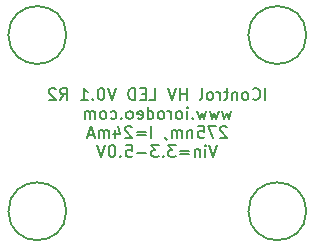
<source format=gbo>
%TF.GenerationSoftware,KiCad,Pcbnew,7.0.8-7.0.8~ubuntu22.04.1*%
%TF.CreationDate,2024-02-19T17:28:22-08:00*%
%TF.ProjectId,275nm_SU_CULBN2_24mA,3237356e-6d5f-4535-955f-43554c424e32,rev?*%
%TF.SameCoordinates,Original*%
%TF.FileFunction,Legend,Bot*%
%TF.FilePolarity,Positive*%
%FSLAX46Y46*%
G04 Gerber Fmt 4.6, Leading zero omitted, Abs format (unit mm)*
G04 Created by KiCad (PCBNEW 7.0.8-7.0.8~ubuntu22.04.1) date 2024-02-19 17:28:22*
%MOMM*%
%LPD*%
G01*
G04 APERTURE LIST*
%ADD10C,0.150000*%
G04 APERTURE END LIST*
D10*
X71842857Y-58039819D02*
X71842857Y-57039819D01*
X70795239Y-57944580D02*
X70842858Y-57992200D01*
X70842858Y-57992200D02*
X70985715Y-58039819D01*
X70985715Y-58039819D02*
X71080953Y-58039819D01*
X71080953Y-58039819D02*
X71223810Y-57992200D01*
X71223810Y-57992200D02*
X71319048Y-57896961D01*
X71319048Y-57896961D02*
X71366667Y-57801723D01*
X71366667Y-57801723D02*
X71414286Y-57611247D01*
X71414286Y-57611247D02*
X71414286Y-57468390D01*
X71414286Y-57468390D02*
X71366667Y-57277914D01*
X71366667Y-57277914D02*
X71319048Y-57182676D01*
X71319048Y-57182676D02*
X71223810Y-57087438D01*
X71223810Y-57087438D02*
X71080953Y-57039819D01*
X71080953Y-57039819D02*
X70985715Y-57039819D01*
X70985715Y-57039819D02*
X70842858Y-57087438D01*
X70842858Y-57087438D02*
X70795239Y-57135057D01*
X70223810Y-58039819D02*
X70319048Y-57992200D01*
X70319048Y-57992200D02*
X70366667Y-57944580D01*
X70366667Y-57944580D02*
X70414286Y-57849342D01*
X70414286Y-57849342D02*
X70414286Y-57563628D01*
X70414286Y-57563628D02*
X70366667Y-57468390D01*
X70366667Y-57468390D02*
X70319048Y-57420771D01*
X70319048Y-57420771D02*
X70223810Y-57373152D01*
X70223810Y-57373152D02*
X70080953Y-57373152D01*
X70080953Y-57373152D02*
X69985715Y-57420771D01*
X69985715Y-57420771D02*
X69938096Y-57468390D01*
X69938096Y-57468390D02*
X69890477Y-57563628D01*
X69890477Y-57563628D02*
X69890477Y-57849342D01*
X69890477Y-57849342D02*
X69938096Y-57944580D01*
X69938096Y-57944580D02*
X69985715Y-57992200D01*
X69985715Y-57992200D02*
X70080953Y-58039819D01*
X70080953Y-58039819D02*
X70223810Y-58039819D01*
X69461905Y-57373152D02*
X69461905Y-58039819D01*
X69461905Y-57468390D02*
X69414286Y-57420771D01*
X69414286Y-57420771D02*
X69319048Y-57373152D01*
X69319048Y-57373152D02*
X69176191Y-57373152D01*
X69176191Y-57373152D02*
X69080953Y-57420771D01*
X69080953Y-57420771D02*
X69033334Y-57516009D01*
X69033334Y-57516009D02*
X69033334Y-58039819D01*
X68700000Y-57373152D02*
X68319048Y-57373152D01*
X68557143Y-57039819D02*
X68557143Y-57896961D01*
X68557143Y-57896961D02*
X68509524Y-57992200D01*
X68509524Y-57992200D02*
X68414286Y-58039819D01*
X68414286Y-58039819D02*
X68319048Y-58039819D01*
X67985714Y-58039819D02*
X67985714Y-57373152D01*
X67985714Y-57563628D02*
X67938095Y-57468390D01*
X67938095Y-57468390D02*
X67890476Y-57420771D01*
X67890476Y-57420771D02*
X67795238Y-57373152D01*
X67795238Y-57373152D02*
X67700000Y-57373152D01*
X67223809Y-58039819D02*
X67319047Y-57992200D01*
X67319047Y-57992200D02*
X67366666Y-57944580D01*
X67366666Y-57944580D02*
X67414285Y-57849342D01*
X67414285Y-57849342D02*
X67414285Y-57563628D01*
X67414285Y-57563628D02*
X67366666Y-57468390D01*
X67366666Y-57468390D02*
X67319047Y-57420771D01*
X67319047Y-57420771D02*
X67223809Y-57373152D01*
X67223809Y-57373152D02*
X67080952Y-57373152D01*
X67080952Y-57373152D02*
X66985714Y-57420771D01*
X66985714Y-57420771D02*
X66938095Y-57468390D01*
X66938095Y-57468390D02*
X66890476Y-57563628D01*
X66890476Y-57563628D02*
X66890476Y-57849342D01*
X66890476Y-57849342D02*
X66938095Y-57944580D01*
X66938095Y-57944580D02*
X66985714Y-57992200D01*
X66985714Y-57992200D02*
X67080952Y-58039819D01*
X67080952Y-58039819D02*
X67223809Y-58039819D01*
X66319047Y-58039819D02*
X66414285Y-57992200D01*
X66414285Y-57992200D02*
X66461904Y-57896961D01*
X66461904Y-57896961D02*
X66461904Y-57039819D01*
X65176189Y-58039819D02*
X65176189Y-57039819D01*
X65176189Y-57516009D02*
X64604761Y-57516009D01*
X64604761Y-58039819D02*
X64604761Y-57039819D01*
X64271427Y-57039819D02*
X63938094Y-58039819D01*
X63938094Y-58039819D02*
X63604761Y-57039819D01*
X62033332Y-58039819D02*
X62509522Y-58039819D01*
X62509522Y-58039819D02*
X62509522Y-57039819D01*
X61699998Y-57516009D02*
X61366665Y-57516009D01*
X61223808Y-58039819D02*
X61699998Y-58039819D01*
X61699998Y-58039819D02*
X61699998Y-57039819D01*
X61699998Y-57039819D02*
X61223808Y-57039819D01*
X60795236Y-58039819D02*
X60795236Y-57039819D01*
X60795236Y-57039819D02*
X60557141Y-57039819D01*
X60557141Y-57039819D02*
X60414284Y-57087438D01*
X60414284Y-57087438D02*
X60319046Y-57182676D01*
X60319046Y-57182676D02*
X60271427Y-57277914D01*
X60271427Y-57277914D02*
X60223808Y-57468390D01*
X60223808Y-57468390D02*
X60223808Y-57611247D01*
X60223808Y-57611247D02*
X60271427Y-57801723D01*
X60271427Y-57801723D02*
X60319046Y-57896961D01*
X60319046Y-57896961D02*
X60414284Y-57992200D01*
X60414284Y-57992200D02*
X60557141Y-58039819D01*
X60557141Y-58039819D02*
X60795236Y-58039819D01*
X59176188Y-57039819D02*
X58842855Y-58039819D01*
X58842855Y-58039819D02*
X58509522Y-57039819D01*
X57985712Y-57039819D02*
X57890474Y-57039819D01*
X57890474Y-57039819D02*
X57795236Y-57087438D01*
X57795236Y-57087438D02*
X57747617Y-57135057D01*
X57747617Y-57135057D02*
X57699998Y-57230295D01*
X57699998Y-57230295D02*
X57652379Y-57420771D01*
X57652379Y-57420771D02*
X57652379Y-57658866D01*
X57652379Y-57658866D02*
X57699998Y-57849342D01*
X57699998Y-57849342D02*
X57747617Y-57944580D01*
X57747617Y-57944580D02*
X57795236Y-57992200D01*
X57795236Y-57992200D02*
X57890474Y-58039819D01*
X57890474Y-58039819D02*
X57985712Y-58039819D01*
X57985712Y-58039819D02*
X58080950Y-57992200D01*
X58080950Y-57992200D02*
X58128569Y-57944580D01*
X58128569Y-57944580D02*
X58176188Y-57849342D01*
X58176188Y-57849342D02*
X58223807Y-57658866D01*
X58223807Y-57658866D02*
X58223807Y-57420771D01*
X58223807Y-57420771D02*
X58176188Y-57230295D01*
X58176188Y-57230295D02*
X58128569Y-57135057D01*
X58128569Y-57135057D02*
X58080950Y-57087438D01*
X58080950Y-57087438D02*
X57985712Y-57039819D01*
X57223807Y-57944580D02*
X57176188Y-57992200D01*
X57176188Y-57992200D02*
X57223807Y-58039819D01*
X57223807Y-58039819D02*
X57271426Y-57992200D01*
X57271426Y-57992200D02*
X57223807Y-57944580D01*
X57223807Y-57944580D02*
X57223807Y-58039819D01*
X56223808Y-58039819D02*
X56795236Y-58039819D01*
X56509522Y-58039819D02*
X56509522Y-57039819D01*
X56509522Y-57039819D02*
X56604760Y-57182676D01*
X56604760Y-57182676D02*
X56699998Y-57277914D01*
X56699998Y-57277914D02*
X56795236Y-57325533D01*
X54461903Y-58039819D02*
X54795236Y-57563628D01*
X55033331Y-58039819D02*
X55033331Y-57039819D01*
X55033331Y-57039819D02*
X54652379Y-57039819D01*
X54652379Y-57039819D02*
X54557141Y-57087438D01*
X54557141Y-57087438D02*
X54509522Y-57135057D01*
X54509522Y-57135057D02*
X54461903Y-57230295D01*
X54461903Y-57230295D02*
X54461903Y-57373152D01*
X54461903Y-57373152D02*
X54509522Y-57468390D01*
X54509522Y-57468390D02*
X54557141Y-57516009D01*
X54557141Y-57516009D02*
X54652379Y-57563628D01*
X54652379Y-57563628D02*
X55033331Y-57563628D01*
X54080950Y-57135057D02*
X54033331Y-57087438D01*
X54033331Y-57087438D02*
X53938093Y-57039819D01*
X53938093Y-57039819D02*
X53699998Y-57039819D01*
X53699998Y-57039819D02*
X53604760Y-57087438D01*
X53604760Y-57087438D02*
X53557141Y-57135057D01*
X53557141Y-57135057D02*
X53509522Y-57230295D01*
X53509522Y-57230295D02*
X53509522Y-57325533D01*
X53509522Y-57325533D02*
X53557141Y-57468390D01*
X53557141Y-57468390D02*
X54128569Y-58039819D01*
X54128569Y-58039819D02*
X53509522Y-58039819D01*
X68938094Y-58983152D02*
X68747618Y-59649819D01*
X68747618Y-59649819D02*
X68557142Y-59173628D01*
X68557142Y-59173628D02*
X68366666Y-59649819D01*
X68366666Y-59649819D02*
X68176190Y-58983152D01*
X67890475Y-58983152D02*
X67699999Y-59649819D01*
X67699999Y-59649819D02*
X67509523Y-59173628D01*
X67509523Y-59173628D02*
X67319047Y-59649819D01*
X67319047Y-59649819D02*
X67128571Y-58983152D01*
X66842856Y-58983152D02*
X66652380Y-59649819D01*
X66652380Y-59649819D02*
X66461904Y-59173628D01*
X66461904Y-59173628D02*
X66271428Y-59649819D01*
X66271428Y-59649819D02*
X66080952Y-58983152D01*
X65699999Y-59554580D02*
X65652380Y-59602200D01*
X65652380Y-59602200D02*
X65699999Y-59649819D01*
X65699999Y-59649819D02*
X65747618Y-59602200D01*
X65747618Y-59602200D02*
X65699999Y-59554580D01*
X65699999Y-59554580D02*
X65699999Y-59649819D01*
X65223809Y-59649819D02*
X65223809Y-58983152D01*
X65223809Y-58649819D02*
X65271428Y-58697438D01*
X65271428Y-58697438D02*
X65223809Y-58745057D01*
X65223809Y-58745057D02*
X65176190Y-58697438D01*
X65176190Y-58697438D02*
X65223809Y-58649819D01*
X65223809Y-58649819D02*
X65223809Y-58745057D01*
X64604762Y-59649819D02*
X64700000Y-59602200D01*
X64700000Y-59602200D02*
X64747619Y-59554580D01*
X64747619Y-59554580D02*
X64795238Y-59459342D01*
X64795238Y-59459342D02*
X64795238Y-59173628D01*
X64795238Y-59173628D02*
X64747619Y-59078390D01*
X64747619Y-59078390D02*
X64700000Y-59030771D01*
X64700000Y-59030771D02*
X64604762Y-58983152D01*
X64604762Y-58983152D02*
X64461905Y-58983152D01*
X64461905Y-58983152D02*
X64366667Y-59030771D01*
X64366667Y-59030771D02*
X64319048Y-59078390D01*
X64319048Y-59078390D02*
X64271429Y-59173628D01*
X64271429Y-59173628D02*
X64271429Y-59459342D01*
X64271429Y-59459342D02*
X64319048Y-59554580D01*
X64319048Y-59554580D02*
X64366667Y-59602200D01*
X64366667Y-59602200D02*
X64461905Y-59649819D01*
X64461905Y-59649819D02*
X64604762Y-59649819D01*
X63842857Y-59649819D02*
X63842857Y-58983152D01*
X63842857Y-59173628D02*
X63795238Y-59078390D01*
X63795238Y-59078390D02*
X63747619Y-59030771D01*
X63747619Y-59030771D02*
X63652381Y-58983152D01*
X63652381Y-58983152D02*
X63557143Y-58983152D01*
X63080952Y-59649819D02*
X63176190Y-59602200D01*
X63176190Y-59602200D02*
X63223809Y-59554580D01*
X63223809Y-59554580D02*
X63271428Y-59459342D01*
X63271428Y-59459342D02*
X63271428Y-59173628D01*
X63271428Y-59173628D02*
X63223809Y-59078390D01*
X63223809Y-59078390D02*
X63176190Y-59030771D01*
X63176190Y-59030771D02*
X63080952Y-58983152D01*
X63080952Y-58983152D02*
X62938095Y-58983152D01*
X62938095Y-58983152D02*
X62842857Y-59030771D01*
X62842857Y-59030771D02*
X62795238Y-59078390D01*
X62795238Y-59078390D02*
X62747619Y-59173628D01*
X62747619Y-59173628D02*
X62747619Y-59459342D01*
X62747619Y-59459342D02*
X62795238Y-59554580D01*
X62795238Y-59554580D02*
X62842857Y-59602200D01*
X62842857Y-59602200D02*
X62938095Y-59649819D01*
X62938095Y-59649819D02*
X63080952Y-59649819D01*
X61890476Y-59649819D02*
X61890476Y-58649819D01*
X61890476Y-59602200D02*
X61985714Y-59649819D01*
X61985714Y-59649819D02*
X62176190Y-59649819D01*
X62176190Y-59649819D02*
X62271428Y-59602200D01*
X62271428Y-59602200D02*
X62319047Y-59554580D01*
X62319047Y-59554580D02*
X62366666Y-59459342D01*
X62366666Y-59459342D02*
X62366666Y-59173628D01*
X62366666Y-59173628D02*
X62319047Y-59078390D01*
X62319047Y-59078390D02*
X62271428Y-59030771D01*
X62271428Y-59030771D02*
X62176190Y-58983152D01*
X62176190Y-58983152D02*
X61985714Y-58983152D01*
X61985714Y-58983152D02*
X61890476Y-59030771D01*
X61033333Y-59602200D02*
X61128571Y-59649819D01*
X61128571Y-59649819D02*
X61319047Y-59649819D01*
X61319047Y-59649819D02*
X61414285Y-59602200D01*
X61414285Y-59602200D02*
X61461904Y-59506961D01*
X61461904Y-59506961D02*
X61461904Y-59126009D01*
X61461904Y-59126009D02*
X61414285Y-59030771D01*
X61414285Y-59030771D02*
X61319047Y-58983152D01*
X61319047Y-58983152D02*
X61128571Y-58983152D01*
X61128571Y-58983152D02*
X61033333Y-59030771D01*
X61033333Y-59030771D02*
X60985714Y-59126009D01*
X60985714Y-59126009D02*
X60985714Y-59221247D01*
X60985714Y-59221247D02*
X61461904Y-59316485D01*
X60414285Y-59649819D02*
X60509523Y-59602200D01*
X60509523Y-59602200D02*
X60557142Y-59554580D01*
X60557142Y-59554580D02*
X60604761Y-59459342D01*
X60604761Y-59459342D02*
X60604761Y-59173628D01*
X60604761Y-59173628D02*
X60557142Y-59078390D01*
X60557142Y-59078390D02*
X60509523Y-59030771D01*
X60509523Y-59030771D02*
X60414285Y-58983152D01*
X60414285Y-58983152D02*
X60271428Y-58983152D01*
X60271428Y-58983152D02*
X60176190Y-59030771D01*
X60176190Y-59030771D02*
X60128571Y-59078390D01*
X60128571Y-59078390D02*
X60080952Y-59173628D01*
X60080952Y-59173628D02*
X60080952Y-59459342D01*
X60080952Y-59459342D02*
X60128571Y-59554580D01*
X60128571Y-59554580D02*
X60176190Y-59602200D01*
X60176190Y-59602200D02*
X60271428Y-59649819D01*
X60271428Y-59649819D02*
X60414285Y-59649819D01*
X59652380Y-59554580D02*
X59604761Y-59602200D01*
X59604761Y-59602200D02*
X59652380Y-59649819D01*
X59652380Y-59649819D02*
X59699999Y-59602200D01*
X59699999Y-59602200D02*
X59652380Y-59554580D01*
X59652380Y-59554580D02*
X59652380Y-59649819D01*
X58747619Y-59602200D02*
X58842857Y-59649819D01*
X58842857Y-59649819D02*
X59033333Y-59649819D01*
X59033333Y-59649819D02*
X59128571Y-59602200D01*
X59128571Y-59602200D02*
X59176190Y-59554580D01*
X59176190Y-59554580D02*
X59223809Y-59459342D01*
X59223809Y-59459342D02*
X59223809Y-59173628D01*
X59223809Y-59173628D02*
X59176190Y-59078390D01*
X59176190Y-59078390D02*
X59128571Y-59030771D01*
X59128571Y-59030771D02*
X59033333Y-58983152D01*
X59033333Y-58983152D02*
X58842857Y-58983152D01*
X58842857Y-58983152D02*
X58747619Y-59030771D01*
X58176190Y-59649819D02*
X58271428Y-59602200D01*
X58271428Y-59602200D02*
X58319047Y-59554580D01*
X58319047Y-59554580D02*
X58366666Y-59459342D01*
X58366666Y-59459342D02*
X58366666Y-59173628D01*
X58366666Y-59173628D02*
X58319047Y-59078390D01*
X58319047Y-59078390D02*
X58271428Y-59030771D01*
X58271428Y-59030771D02*
X58176190Y-58983152D01*
X58176190Y-58983152D02*
X58033333Y-58983152D01*
X58033333Y-58983152D02*
X57938095Y-59030771D01*
X57938095Y-59030771D02*
X57890476Y-59078390D01*
X57890476Y-59078390D02*
X57842857Y-59173628D01*
X57842857Y-59173628D02*
X57842857Y-59459342D01*
X57842857Y-59459342D02*
X57890476Y-59554580D01*
X57890476Y-59554580D02*
X57938095Y-59602200D01*
X57938095Y-59602200D02*
X58033333Y-59649819D01*
X58033333Y-59649819D02*
X58176190Y-59649819D01*
X57414285Y-59649819D02*
X57414285Y-58983152D01*
X57414285Y-59078390D02*
X57366666Y-59030771D01*
X57366666Y-59030771D02*
X57271428Y-58983152D01*
X57271428Y-58983152D02*
X57128571Y-58983152D01*
X57128571Y-58983152D02*
X57033333Y-59030771D01*
X57033333Y-59030771D02*
X56985714Y-59126009D01*
X56985714Y-59126009D02*
X56985714Y-59649819D01*
X56985714Y-59126009D02*
X56938095Y-59030771D01*
X56938095Y-59030771D02*
X56842857Y-58983152D01*
X56842857Y-58983152D02*
X56700000Y-58983152D01*
X56700000Y-58983152D02*
X56604761Y-59030771D01*
X56604761Y-59030771D02*
X56557142Y-59126009D01*
X56557142Y-59126009D02*
X56557142Y-59649819D01*
X68580951Y-60355057D02*
X68533332Y-60307438D01*
X68533332Y-60307438D02*
X68438094Y-60259819D01*
X68438094Y-60259819D02*
X68199999Y-60259819D01*
X68199999Y-60259819D02*
X68104761Y-60307438D01*
X68104761Y-60307438D02*
X68057142Y-60355057D01*
X68057142Y-60355057D02*
X68009523Y-60450295D01*
X68009523Y-60450295D02*
X68009523Y-60545533D01*
X68009523Y-60545533D02*
X68057142Y-60688390D01*
X68057142Y-60688390D02*
X68628570Y-61259819D01*
X68628570Y-61259819D02*
X68009523Y-61259819D01*
X67676189Y-60259819D02*
X67009523Y-60259819D01*
X67009523Y-60259819D02*
X67438094Y-61259819D01*
X66152380Y-60259819D02*
X66628570Y-60259819D01*
X66628570Y-60259819D02*
X66676189Y-60736009D01*
X66676189Y-60736009D02*
X66628570Y-60688390D01*
X66628570Y-60688390D02*
X66533332Y-60640771D01*
X66533332Y-60640771D02*
X66295237Y-60640771D01*
X66295237Y-60640771D02*
X66199999Y-60688390D01*
X66199999Y-60688390D02*
X66152380Y-60736009D01*
X66152380Y-60736009D02*
X66104761Y-60831247D01*
X66104761Y-60831247D02*
X66104761Y-61069342D01*
X66104761Y-61069342D02*
X66152380Y-61164580D01*
X66152380Y-61164580D02*
X66199999Y-61212200D01*
X66199999Y-61212200D02*
X66295237Y-61259819D01*
X66295237Y-61259819D02*
X66533332Y-61259819D01*
X66533332Y-61259819D02*
X66628570Y-61212200D01*
X66628570Y-61212200D02*
X66676189Y-61164580D01*
X65676189Y-60593152D02*
X65676189Y-61259819D01*
X65676189Y-60688390D02*
X65628570Y-60640771D01*
X65628570Y-60640771D02*
X65533332Y-60593152D01*
X65533332Y-60593152D02*
X65390475Y-60593152D01*
X65390475Y-60593152D02*
X65295237Y-60640771D01*
X65295237Y-60640771D02*
X65247618Y-60736009D01*
X65247618Y-60736009D02*
X65247618Y-61259819D01*
X64771427Y-61259819D02*
X64771427Y-60593152D01*
X64771427Y-60688390D02*
X64723808Y-60640771D01*
X64723808Y-60640771D02*
X64628570Y-60593152D01*
X64628570Y-60593152D02*
X64485713Y-60593152D01*
X64485713Y-60593152D02*
X64390475Y-60640771D01*
X64390475Y-60640771D02*
X64342856Y-60736009D01*
X64342856Y-60736009D02*
X64342856Y-61259819D01*
X64342856Y-60736009D02*
X64295237Y-60640771D01*
X64295237Y-60640771D02*
X64199999Y-60593152D01*
X64199999Y-60593152D02*
X64057142Y-60593152D01*
X64057142Y-60593152D02*
X63961903Y-60640771D01*
X63961903Y-60640771D02*
X63914284Y-60736009D01*
X63914284Y-60736009D02*
X63914284Y-61259819D01*
X63390475Y-61212200D02*
X63390475Y-61259819D01*
X63390475Y-61259819D02*
X63438094Y-61355057D01*
X63438094Y-61355057D02*
X63485713Y-61402676D01*
X62199999Y-61259819D02*
X62199999Y-60259819D01*
X61723809Y-60736009D02*
X60961905Y-60736009D01*
X60961905Y-61021723D02*
X61723809Y-61021723D01*
X60533333Y-60355057D02*
X60485714Y-60307438D01*
X60485714Y-60307438D02*
X60390476Y-60259819D01*
X60390476Y-60259819D02*
X60152381Y-60259819D01*
X60152381Y-60259819D02*
X60057143Y-60307438D01*
X60057143Y-60307438D02*
X60009524Y-60355057D01*
X60009524Y-60355057D02*
X59961905Y-60450295D01*
X59961905Y-60450295D02*
X59961905Y-60545533D01*
X59961905Y-60545533D02*
X60009524Y-60688390D01*
X60009524Y-60688390D02*
X60580952Y-61259819D01*
X60580952Y-61259819D02*
X59961905Y-61259819D01*
X59104762Y-60593152D02*
X59104762Y-61259819D01*
X59342857Y-60212200D02*
X59580952Y-60926485D01*
X59580952Y-60926485D02*
X58961905Y-60926485D01*
X58580952Y-61259819D02*
X58580952Y-60593152D01*
X58580952Y-60688390D02*
X58533333Y-60640771D01*
X58533333Y-60640771D02*
X58438095Y-60593152D01*
X58438095Y-60593152D02*
X58295238Y-60593152D01*
X58295238Y-60593152D02*
X58200000Y-60640771D01*
X58200000Y-60640771D02*
X58152381Y-60736009D01*
X58152381Y-60736009D02*
X58152381Y-61259819D01*
X58152381Y-60736009D02*
X58104762Y-60640771D01*
X58104762Y-60640771D02*
X58009524Y-60593152D01*
X58009524Y-60593152D02*
X57866667Y-60593152D01*
X57866667Y-60593152D02*
X57771428Y-60640771D01*
X57771428Y-60640771D02*
X57723809Y-60736009D01*
X57723809Y-60736009D02*
X57723809Y-61259819D01*
X57295238Y-60974104D02*
X56819048Y-60974104D01*
X57390476Y-61259819D02*
X57057143Y-60259819D01*
X57057143Y-60259819D02*
X56723810Y-61259819D01*
X67771427Y-61869819D02*
X67438094Y-62869819D01*
X67438094Y-62869819D02*
X67104761Y-61869819D01*
X66771427Y-62869819D02*
X66771427Y-62203152D01*
X66771427Y-61869819D02*
X66819046Y-61917438D01*
X66819046Y-61917438D02*
X66771427Y-61965057D01*
X66771427Y-61965057D02*
X66723808Y-61917438D01*
X66723808Y-61917438D02*
X66771427Y-61869819D01*
X66771427Y-61869819D02*
X66771427Y-61965057D01*
X66295237Y-62203152D02*
X66295237Y-62869819D01*
X66295237Y-62298390D02*
X66247618Y-62250771D01*
X66247618Y-62250771D02*
X66152380Y-62203152D01*
X66152380Y-62203152D02*
X66009523Y-62203152D01*
X66009523Y-62203152D02*
X65914285Y-62250771D01*
X65914285Y-62250771D02*
X65866666Y-62346009D01*
X65866666Y-62346009D02*
X65866666Y-62869819D01*
X65390475Y-62346009D02*
X64628571Y-62346009D01*
X64628571Y-62631723D02*
X65390475Y-62631723D01*
X64247618Y-61869819D02*
X63628571Y-61869819D01*
X63628571Y-61869819D02*
X63961904Y-62250771D01*
X63961904Y-62250771D02*
X63819047Y-62250771D01*
X63819047Y-62250771D02*
X63723809Y-62298390D01*
X63723809Y-62298390D02*
X63676190Y-62346009D01*
X63676190Y-62346009D02*
X63628571Y-62441247D01*
X63628571Y-62441247D02*
X63628571Y-62679342D01*
X63628571Y-62679342D02*
X63676190Y-62774580D01*
X63676190Y-62774580D02*
X63723809Y-62822200D01*
X63723809Y-62822200D02*
X63819047Y-62869819D01*
X63819047Y-62869819D02*
X64104761Y-62869819D01*
X64104761Y-62869819D02*
X64199999Y-62822200D01*
X64199999Y-62822200D02*
X64247618Y-62774580D01*
X63199999Y-62774580D02*
X63152380Y-62822200D01*
X63152380Y-62822200D02*
X63199999Y-62869819D01*
X63199999Y-62869819D02*
X63247618Y-62822200D01*
X63247618Y-62822200D02*
X63199999Y-62774580D01*
X63199999Y-62774580D02*
X63199999Y-62869819D01*
X62819047Y-61869819D02*
X62200000Y-61869819D01*
X62200000Y-61869819D02*
X62533333Y-62250771D01*
X62533333Y-62250771D02*
X62390476Y-62250771D01*
X62390476Y-62250771D02*
X62295238Y-62298390D01*
X62295238Y-62298390D02*
X62247619Y-62346009D01*
X62247619Y-62346009D02*
X62200000Y-62441247D01*
X62200000Y-62441247D02*
X62200000Y-62679342D01*
X62200000Y-62679342D02*
X62247619Y-62774580D01*
X62247619Y-62774580D02*
X62295238Y-62822200D01*
X62295238Y-62822200D02*
X62390476Y-62869819D01*
X62390476Y-62869819D02*
X62676190Y-62869819D01*
X62676190Y-62869819D02*
X62771428Y-62822200D01*
X62771428Y-62822200D02*
X62819047Y-62774580D01*
X61771428Y-62488866D02*
X61009524Y-62488866D01*
X60057143Y-61869819D02*
X60533333Y-61869819D01*
X60533333Y-61869819D02*
X60580952Y-62346009D01*
X60580952Y-62346009D02*
X60533333Y-62298390D01*
X60533333Y-62298390D02*
X60438095Y-62250771D01*
X60438095Y-62250771D02*
X60200000Y-62250771D01*
X60200000Y-62250771D02*
X60104762Y-62298390D01*
X60104762Y-62298390D02*
X60057143Y-62346009D01*
X60057143Y-62346009D02*
X60009524Y-62441247D01*
X60009524Y-62441247D02*
X60009524Y-62679342D01*
X60009524Y-62679342D02*
X60057143Y-62774580D01*
X60057143Y-62774580D02*
X60104762Y-62822200D01*
X60104762Y-62822200D02*
X60200000Y-62869819D01*
X60200000Y-62869819D02*
X60438095Y-62869819D01*
X60438095Y-62869819D02*
X60533333Y-62822200D01*
X60533333Y-62822200D02*
X60580952Y-62774580D01*
X59580952Y-62774580D02*
X59533333Y-62822200D01*
X59533333Y-62822200D02*
X59580952Y-62869819D01*
X59580952Y-62869819D02*
X59628571Y-62822200D01*
X59628571Y-62822200D02*
X59580952Y-62774580D01*
X59580952Y-62774580D02*
X59580952Y-62869819D01*
X58914286Y-61869819D02*
X58819048Y-61869819D01*
X58819048Y-61869819D02*
X58723810Y-61917438D01*
X58723810Y-61917438D02*
X58676191Y-61965057D01*
X58676191Y-61965057D02*
X58628572Y-62060295D01*
X58628572Y-62060295D02*
X58580953Y-62250771D01*
X58580953Y-62250771D02*
X58580953Y-62488866D01*
X58580953Y-62488866D02*
X58628572Y-62679342D01*
X58628572Y-62679342D02*
X58676191Y-62774580D01*
X58676191Y-62774580D02*
X58723810Y-62822200D01*
X58723810Y-62822200D02*
X58819048Y-62869819D01*
X58819048Y-62869819D02*
X58914286Y-62869819D01*
X58914286Y-62869819D02*
X59009524Y-62822200D01*
X59009524Y-62822200D02*
X59057143Y-62774580D01*
X59057143Y-62774580D02*
X59104762Y-62679342D01*
X59104762Y-62679342D02*
X59152381Y-62488866D01*
X59152381Y-62488866D02*
X59152381Y-62250771D01*
X59152381Y-62250771D02*
X59104762Y-62060295D01*
X59104762Y-62060295D02*
X59057143Y-61965057D01*
X59057143Y-61965057D02*
X59009524Y-61917438D01*
X59009524Y-61917438D02*
X58914286Y-61869819D01*
X58295238Y-61869819D02*
X57961905Y-62869819D01*
X57961905Y-62869819D02*
X57628572Y-61869819D01*
%TO.C,M1*%
X54990000Y-52540000D02*
G75*
G03*
X54990000Y-52540000I-2450000J0D01*
G01*
%TO.C,M2*%
X75310000Y-52540000D02*
G75*
G03*
X75310000Y-52540000I-2450000J0D01*
G01*
%TO.C,M3*%
X75310000Y-67460000D02*
G75*
G03*
X75310000Y-67460000I-2450000J0D01*
G01*
%TO.C,M4*%
X54990000Y-67460000D02*
G75*
G03*
X54990000Y-67460000I-2450000J0D01*
G01*
%TD*%
M02*

</source>
